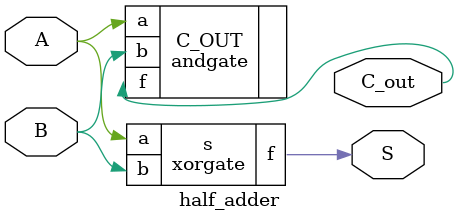
<source format=sv>
`timescale 1ns / 1ps
module xorgate ( 
input logic a,
input logic b,
output logic f
);

xor x1(f, a, b);  // XOR gate
endmodule 



module half_adder(
input logic A,
input logic B,
output logic C_out,
output logic S
    );
    
andgate C_OUT( .f(C_out) , .a(A) , .b(B) );
xorgate s( .f(S) , .a(A) , .b(B) );
    
endmodule

</source>
